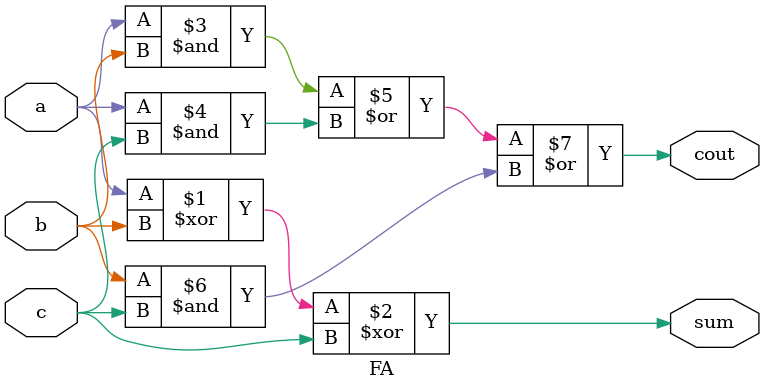
<source format=v>


`timescale 1ns/10ps

module FA (
    cout,
    sum,
    a,
    b,
    c
);


output cout;
wire cout;
output sum;
wire sum;
input a;
input b;
input c;





assign sum = ((a ^ b) ^ c);
assign cout = (((a & b) | (a & c)) | (b & c));

endmodule

</source>
